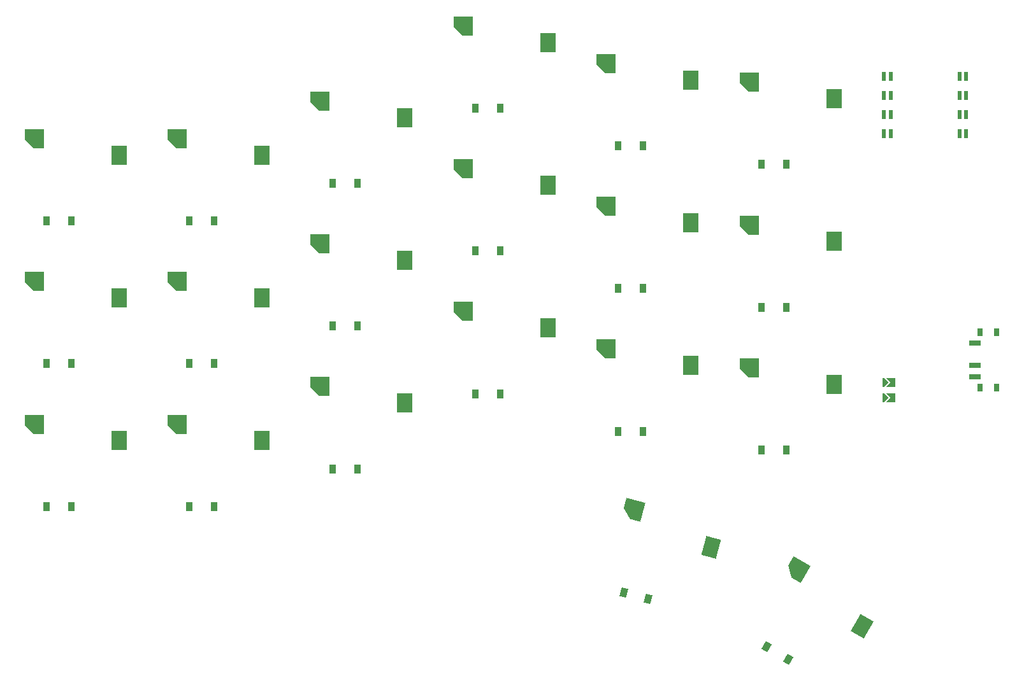
<source format=gbr>
%TF.GenerationSoftware,KiCad,Pcbnew,8.0.6*%
%TF.CreationDate,2024-12-04T22:19:36+00:00*%
%TF.ProjectId,prototype_routed,70726f74-6f74-4797-9065-5f726f757465,v1.0.0*%
%TF.SameCoordinates,Original*%
%TF.FileFunction,Paste,Bot*%
%TF.FilePolarity,Positive*%
%FSLAX46Y46*%
G04 Gerber Fmt 4.6, Leading zero omitted, Abs format (unit mm)*
G04 Created by KiCad (PCBNEW 8.0.6) date 2024-12-04 22:19:36*
%MOMM*%
%LPD*%
G01*
G04 APERTURE LIST*
G04 Aperture macros list*
%AMRotRect*
0 Rectangle, with rotation*
0 The origin of the aperture is its center*
0 $1 length*
0 $2 width*
0 $3 Rotation angle, in degrees counterclockwise*
0 Add horizontal line*
21,1,$1,$2,0,0,$3*%
%AMOutline5P*
0 Free polygon, 5 corners , with rotation*
0 The origin of the aperture is its center*
0 number of corners: always 5*
0 $1 to $10 corner X, Y*
0 $11 Rotation angle, in degrees counterclockwise*
0 create outline with 5 corners*
4,1,5,$1,$2,$3,$4,$5,$6,$7,$8,$9,$10,$1,$2,$11*%
%AMOutline6P*
0 Free polygon, 6 corners , with rotation*
0 The origin of the aperture is its center*
0 number of corners: always 6*
0 $1 to $12 corner X, Y*
0 $13 Rotation angle, in degrees counterclockwise*
0 create outline with 6 corners*
4,1,6,$1,$2,$3,$4,$5,$6,$7,$8,$9,$10,$11,$12,$1,$2,$13*%
%AMOutline7P*
0 Free polygon, 7 corners , with rotation*
0 The origin of the aperture is its center*
0 number of corners: always 7*
0 $1 to $14 corner X, Y*
0 $15 Rotation angle, in degrees counterclockwise*
0 create outline with 7 corners*
4,1,7,$1,$2,$3,$4,$5,$6,$7,$8,$9,$10,$11,$12,$13,$14,$1,$2,$15*%
%AMOutline8P*
0 Free polygon, 8 corners , with rotation*
0 The origin of the aperture is its center*
0 number of corners: always 8*
0 $1 to $16 corner X, Y*
0 $17 Rotation angle, in degrees counterclockwise*
0 create outline with 8 corners*
4,1,8,$1,$2,$3,$4,$5,$6,$7,$8,$9,$10,$11,$12,$13,$14,$15,$16,$1,$2,$17*%
%AMFreePoly0*
4,1,6,0.600000,-1.000000,0.000000,-0.400000,-0.600000,-1.000000,-0.600000,0.250000,0.600000,0.250000,0.600000,-1.000000,0.600000,-1.000000,$1*%
%AMFreePoly1*
4,1,6,0.600000,-0.200000,0.600000,-0.400000,-0.600000,-0.400000,-0.600000,-0.200000,0.000000,0.400000,0.600000,-0.200000,0.600000,-0.200000,$1*%
G04 Aperture macros list end*
%ADD10R,0.900000X1.200000*%
%ADD11R,0.800000X1.000000*%
%ADD12R,1.500000X0.700000*%
%ADD13RotRect,0.900000X1.200000X165.000000*%
%ADD14FreePoly0,270.000000*%
%ADD15FreePoly1,270.000000*%
%ADD16RotRect,0.900000X1.200000X150.000000*%
%ADD17R,0.600000X1.200000*%
%ADD18Outline5P,-1.300000X1.300000X1.300000X1.300000X1.300000X-1.300000X-0.117000X-1.300000X-1.300000X-0.117000X0.000000*%
%ADD19R,2.000000X2.600000*%
%ADD20Outline5P,-1.300000X1.300000X1.300000X1.300000X1.300000X-1.300000X-0.117000X-1.300000X-1.300000X-0.117000X330.000000*%
%ADD21RotRect,2.000000X2.600000X330.000000*%
%ADD22Outline5P,-1.300000X1.300000X1.300000X1.300000X1.300000X-1.300000X-0.117000X-1.300000X-1.300000X-0.117000X345.000000*%
%ADD23RotRect,2.000000X2.600000X345.000000*%
G04 APERTURE END LIST*
D10*
%TO.C,D7*%
X188662500Y-160662501D03*
X185362500Y-160662499D03*
%TD*%
D11*
%TO.C,PWR1*%
X271427498Y-149812500D03*
X271427499Y-142512500D03*
X273637499Y-142512500D03*
X273637499Y-149812500D03*
D12*
X270777499Y-143912500D03*
X270777499Y-146912500D03*
X270777499Y-148412500D03*
%TD*%
D10*
%TO.C,D14*%
X226662500Y-136662500D03*
X223362500Y-136662498D03*
%TD*%
%TO.C,D11*%
X207662499Y-131662501D03*
X204362499Y-131662499D03*
%TD*%
%TO.C,D12*%
X207662501Y-112662501D03*
X204362501Y-112662499D03*
%TD*%
D13*
%TO.C,D19*%
X227312183Y-177919179D03*
X224124627Y-177065079D03*
%TD*%
D10*
%TO.C,D8*%
X188662500Y-141662501D03*
X185362500Y-141662499D03*
%TD*%
%TO.C,D9*%
X188662500Y-122662501D03*
X185362500Y-122662499D03*
%TD*%
%TO.C,D5*%
X169662501Y-146662501D03*
X166362501Y-146662499D03*
%TD*%
%TO.C,D16*%
X245662500Y-158162500D03*
X242362500Y-158162498D03*
%TD*%
D14*
%TO.C,JST1*%
X259928499Y-149162499D03*
X259928499Y-151162499D03*
D15*
X258912499Y-151162500D03*
X258912499Y-149162499D03*
%TD*%
D16*
%TO.C,D20*%
X245892108Y-185967238D03*
X243034224Y-184317240D03*
%TD*%
D10*
%TO.C,D18*%
X245662499Y-120162500D03*
X242362499Y-120162498D03*
%TD*%
%TO.C,D15*%
X226662500Y-117662500D03*
X223362500Y-117662498D03*
%TD*%
%TO.C,D6*%
X169662500Y-127662500D03*
X166362500Y-127662498D03*
%TD*%
%TO.C,D13*%
X226662499Y-155662501D03*
X223362499Y-155662499D03*
%TD*%
%TO.C,D1*%
X150662500Y-165662501D03*
X147362500Y-165662499D03*
%TD*%
%TO.C,D2*%
X150662500Y-146662502D03*
X147362500Y-146662500D03*
%TD*%
%TO.C,D4*%
X169662501Y-165662501D03*
X166362501Y-165662499D03*
%TD*%
%TO.C,D10*%
X207662499Y-150662501D03*
X204362499Y-150662499D03*
%TD*%
%TO.C,D17*%
X245662500Y-139162502D03*
X242362500Y-139162500D03*
%TD*%
%TO.C,D3*%
X150662500Y-127662501D03*
X147362500Y-127662499D03*
%TD*%
D17*
%TO.C,MCU1*%
X258632500Y-116082500D03*
X269592501Y-116082499D03*
X258632500Y-113542500D03*
X269592500Y-113542500D03*
X258632500Y-111002500D03*
X269592500Y-111002500D03*
X258632500Y-108462500D03*
X269592500Y-108462500D03*
X259532500Y-108462500D03*
X259532500Y-111002500D03*
X259532501Y-113542500D03*
X259532500Y-116082500D03*
X268692500Y-116082501D03*
X268692500Y-113542499D03*
X268692501Y-111002499D03*
X268692500Y-108462500D03*
%TD*%
D18*
%TO.C,S11*%
X202737500Y-120712501D03*
D19*
X213987500Y-122912500D03*
%TD*%
D18*
%TO.C,S16*%
X240737500Y-147212499D03*
D19*
X251987500Y-149412498D03*
%TD*%
D18*
%TO.C,S14*%
X221737499Y-125712499D03*
D19*
X232987499Y-127912498D03*
%TD*%
D18*
%TO.C,S13*%
X221737500Y-144712500D03*
D19*
X232987500Y-146912499D03*
%TD*%
D18*
%TO.C,S4*%
X164737500Y-154712500D03*
D19*
X175987500Y-156912499D03*
%TD*%
D18*
%TO.C,S9*%
X183737500Y-111712500D03*
D19*
X194987500Y-113912499D03*
%TD*%
D18*
%TO.C,S15*%
X221737500Y-106712499D03*
D19*
X232987500Y-108912498D03*
%TD*%
D18*
%TO.C,S18*%
X240737501Y-109212500D03*
D19*
X251987501Y-111412499D03*
%TD*%
D18*
%TO.C,S10*%
X202737500Y-139712500D03*
D19*
X213987500Y-141912499D03*
%TD*%
D20*
%TO.C,S20*%
X247101934Y-174021762D03*
D21*
X255744720Y-181552018D03*
%TD*%
D22*
%TO.C,S19*%
X225389067Y-166067609D03*
D23*
X235686331Y-171104360D03*
%TD*%
D18*
%TO.C,S6*%
X164737501Y-116712500D03*
D19*
X175987501Y-118912499D03*
%TD*%
D18*
%TO.C,S2*%
X145737499Y-135712501D03*
D19*
X156987499Y-137912500D03*
%TD*%
D18*
%TO.C,S1*%
X145737499Y-154712500D03*
D19*
X156987499Y-156912499D03*
%TD*%
D18*
%TO.C,S17*%
X240737500Y-128212500D03*
D19*
X251987500Y-130412499D03*
%TD*%
D18*
%TO.C,S8*%
X183737499Y-130712501D03*
D19*
X194987499Y-132912500D03*
%TD*%
D18*
%TO.C,S3*%
X145737500Y-116712501D03*
D19*
X156987500Y-118912500D03*
%TD*%
D18*
%TO.C,S12*%
X202737499Y-101712500D03*
D19*
X213987499Y-103912499D03*
%TD*%
D18*
%TO.C,S7*%
X183737501Y-149712499D03*
D19*
X194987501Y-151912498D03*
%TD*%
D18*
%TO.C,S5*%
X164737499Y-135712501D03*
D19*
X175987499Y-137912500D03*
%TD*%
M02*

</source>
